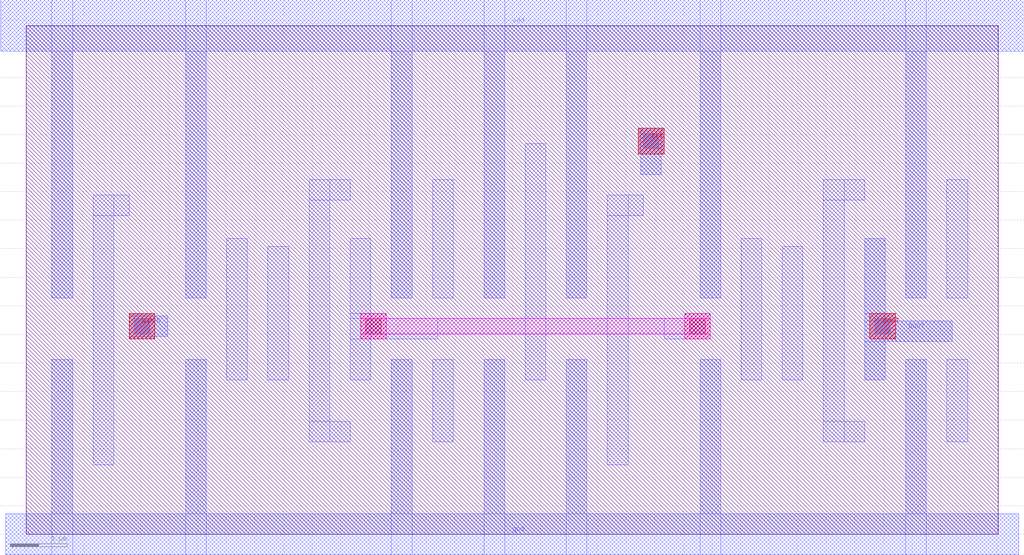
<source format=lef>
VERSION 5.7 ;
BUSBITCHARS "[]" ;
DIVIDERCHAR "/" ;

PROPERTYDEFINITIONS
  LAYER contactResistance REAL ;
  MACRO drcSignature INTEGER ;
  LAYER LEF58_SPACING STRING ;
  LAYER LEF58_WIDTH STRING ;
END PROPERTYDEFINITIONS

UNITS
  DATABASE MICRONS 1000 ;
END UNITS
MANUFACTURINGGRID 0.045 ;
LAYER OVERLAP
  TYPE OVERLAP ;
END OVERLAP

LAYER poly
  TYPE MASTERSLICE ;
END poly

LAYER cc
  TYPE CUT ;
  SPACING 0.36 ;
END cc


LAYER metal1
  TYPE ROUTING ;
  DIRECTION HORIZONTAL ;
  PITCH 0.81 0.81 ;
  WIDTH 0.27 ;
  SPACING 0.27 ;
  SPACING 0.27 SAMENET ;
  RESISTANCE RPERSQ 0.08 ;
END metal1

LAYER via
  TYPE CUT ;
  SPACING 0.27 ;
  PROPERTY contactResistance 5.69 ;
END via

LAYER metal2
  TYPE ROUTING ;
  DIRECTION VERTICAL ;
  PITCH 0.81 0.81 ;
  WIDTH 0.27 ;
  SPACING 0.36 ;
  SPACING 0.36 SAMENET ;
  RESISTANCE RPERSQ 0.08 ;
END metal2

LAYER via2
  TYPE CUT ;
  SPACING 0.27 ;
  PROPERTY contactResistance 11.39 ;
END via2

LAYER metal3
  TYPE ROUTING ;
  DIRECTION HORIZONTAL ;
  PITCH 0.81 0.81 ;
  WIDTH 0.27 ;
  SPACING 0.36 ;
  SPACING 0.36 SAMENET ;
  RESISTANCE RPERSQ 0.08 ;
END metal3

LAYER via3
  TYPE CUT ;
  SPACING 0.36 ;
  PROPERTY contactResistance 16.73 ;
END via3

LAYER metal4
  TYPE ROUTING ;
  DIRECTION VERTICAL ;
  PITCH 0.81 0.81 ;
  WIDTH 0.27 ;
  SPACING 0.36 ;
  SPACING 0.36 SAMENET ;
  RESISTANCE RPERSQ 0.08 ;
END metal4

LAYER via4
  TYPE CUT ;
  SPACING 0.27 ;
  PROPERTY contactResistance 21.44 ;
END via4

LAYER metal5
  TYPE ROUTING ;
  DIRECTION HORIZONTAL ;
  PITCH 0.81 0.81 ;
  WIDTH 0.36 ;
  SPACING 0.36 ;
  SPACING 0.36 SAMENET ;
  RESISTANCE RPERSQ 0.07 ;
END metal5

LAYER via5
  TYPE CUT ;
  SPACING 0.36 ;
  PROPERTY contactResistance 24.08 ;
END via5

LAYER metal6
  TYPE ROUTING ;
  DIRECTION VERTICAL ;
  PITCH 0.81 0.81 ;
  WIDTH 0.36 ;
  SPACING 0.36 ;
  SPACING 0.36 SAMENET ;
  RESISTANCE RPERSQ 0.03 ;
END metal6

VIA M2_M1_via DEFAULT
  LAYER metal1 ;
    RECT -0.225 -0.225 0.225 0.225 ;
  LAYER metal2 ;
    RECT -0.225 -0.225 0.225 0.225 ;
  LAYER via ;
    RECT -0.135 -0.135 0.135 0.135 ;
END M2_M1_via

VIA M3_M2_via DEFAULT
  LAYER metal2 ;
    RECT -0.225 -0.225 0.225 0.225 ;
  LAYER metal3 ;
    RECT -0.225 -0.225 0.225 0.225 ;
  LAYER via2 ;
    RECT -0.135 -0.135 0.135 0.135 ;
END M3_M2_via

VIA M4_M3_via DEFAULT
  LAYER metal3 ;
    RECT -0.225 -0.225 0.225 0.225 ;
  LAYER metal4 ;
    RECT -0.225 -0.225 0.225 0.225 ;
  LAYER via3 ;
    RECT -0.135 -0.135 0.135 0.135 ;
END M4_M3_via

VIA M5_M4_via DEFAULT
  LAYER metal4 ;
    RECT -0.225 -0.225 0.225 0.225 ;
  LAYER metal5 ;
    RECT -0.225 -0.225 0.225 0.225 ;
  LAYER via4 ;
    RECT -0.135 -0.135 0.135 0.135 ;
END M5_M4_via

VIA M6_M5_via DEFAULT
  LAYER metal5 ;
    RECT -0.27 -0.27 0.27 0.27 ;
  LAYER metal6 ;
    RECT -0.36 -0.36 0.36 0.36 ;
  LAYER via5 ;
    RECT -0.18 -0.18 0.18 0.18 ;
END M6_M5_via

VIARULE M2_M1 GENERATE
  LAYER metal1 ;
    ENCLOSURE 0.09 0.09 ;
  LAYER metal2 ;
    ENCLOSURE 0.09 0.09 ;
  LAYER via ;
    RECT -0.135 -0.135 0.135 0.135 ;
    SPACING 0.54 BY 0.54 ;
END M2_M1

VIARULE M3_M2 GENERATE
  LAYER metal2 ;
    ENCLOSURE 0.09 0.09 ;
  LAYER metal3 ;
    ENCLOSURE 0.09 0.09 ;
  LAYER via2 ;
    RECT -0.135 -0.135 0.135 0.135 ;
    SPACING 0.54 BY 0.54 ;
END M3_M2

VIARULE M4_M3 GENERATE
  LAYER metal3 ;
    ENCLOSURE 0.09 0.09 ;
  LAYER metal4 ;
    ENCLOSURE 0.09 0.09 ;
  LAYER via3 ;
    RECT -0.135 -0.135 0.135 0.135 ;
    SPACING 0.63 BY 0.63 ;
END M4_M3

VIARULE M5_M4 GENERATE
  LAYER metal4 ;
    ENCLOSURE 0.09 0.09 ;
  LAYER metal5 ;
    ENCLOSURE 0.09 0.09 ;
  LAYER via4 ;
    RECT -0.135 -0.135 0.135 0.135 ;
    SPACING 0.54 BY 0.54 ;
END M5_M4

VIARULE M6_M5 GENERATE
  LAYER metal5 ;
    ENCLOSURE 0.09 0.09 ;
  LAYER metal6 ;
    ENCLOSURE 0.18 0.18 ;
  LAYER via5 ;
    RECT -0.18 -0.18 0.18 0.18 ;
    SPACING 0.72 BY 0.72 ;
END M6_M5

VIARULE M1_POLY GENERATE
  LAYER poly ;
    ENCLOSURE 0.09 0.09 ;
  LAYER metal1 ;
    ENCLOSURE 0.09 0.09 ;
  LAYER cc ;
    RECT -0.09 -0.09 0.09 0.09 ;
    SPACING 0.54 BY 0.54 ;
END M1_POLY

SITE core
  CLASS CORE ;
  SIZE 0.81 BY 8.91 ;
END core

MACRO TRIGATEX4
  CLASS CORE ;
  ORIGIN 0 0 ;
  FOREIGN TRIGATEX4 0 0 ;
  SIZE 9.72 BY 8.91 ;
  SYMMETRY X Y ;
  SITE core ;
  PIN EN
    DIRECTION INPUT ;
    USE SIGNAL ;
    PORT
      LAYER metal1 ;
        RECT 3.42 0.99 3.78 1.53 ;
        RECT 3.42 0.99 3.87 1.44 ;
      LAYER metal2 ;
        RECT 3.42 0.99 3.87 1.44 ;
      LAYER via ;
        RECT 3.51 1.08 3.78 1.35 ;
    END
  END EN
  PIN A
    DIRECTION INPUT ;
    USE SIGNAL ;
    PORT
      LAYER metal1 ;
        RECT 0.18 0.99 0.63 1.44 ;
        RECT 0.18 1.08 1.035 1.44 ;
      LAYER metal2 ;
        RECT 0.18 0.99 0.63 1.44 ;
      LAYER via ;
        RECT 0.27 1.08 0.54 1.35 ;
    END
  END A
  PIN Y
    DIRECTION INOUT ;
    USE SIGNAL ;
    PORT
      LAYER metal1 ;
        RECT 6.345 1.215 6.705 2.655 ;
        RECT 6.345 4.14 6.705 6.93 ;
        RECT 7.785 1.215 8.145 2.655 ;
        RECT 7.785 4.14 8.145 6.93 ;
        RECT 6.345 1.215 9.585 1.575 ;
        RECT 9.09 6.57 9.54 7.11 ;
        RECT 9.225 1.215 9.585 6.93 ;
        RECT 6.345 6.57 9.585 6.93 ;
      LAYER metal2 ;
        RECT 9.09 6.66 9.54 7.11 ;
      LAYER via ;
        RECT 9.18 6.75 9.45 7.02 ;
    END
  END Y
  PIN vdd
    DIRECTION INOUT ;
    USE POWER ;
    SHAPE ABUTMENT ;
    PORT
      LAYER metal1 ;
        RECT 1.305 4.14 1.665 9.36 ;
        RECT 2.745 4.14 3.105 9.36 ;
        RECT 4.185 4.14 4.545 9.36 ;
        RECT 5.625 4.14 5.985 9.36 ;
        RECT -0.45 8.46 10.17 9.36 ;
    END
  END vdd
  PIN gnd
    DIRECTION INOUT ;
    USE GROUND ;
    SHAPE ABUTMENT ;
    PORT
      LAYER metal1 ;
        RECT 1.305 -0.36 1.665 2.655 ;
        RECT 2.745 -0.36 3.105 2.655 ;
        RECT 4.185 -0.36 4.545 2.655 ;
        RECT 5.625 -0.36 5.985 2.655 ;
        RECT -0.36 -0.36 10.08 0.36 ;
    END
  END gnd
  OBS
    LAYER via ;
      RECT 0.27 1.08 0.54 1.35 ;
      RECT 3.51 1.08 3.78 1.35 ;
      RECT 9.18 6.75 9.45 7.02 ;
    LAYER metal1 ;
      RECT 0.585 1.935 0.945 7.605 ;
      RECT 0.18 0.99 0.63 1.44 ;
      RECT 0.18 1.08 1.035 1.44 ;
      RECT 2.025 3.51 2.655 3.87 ;
      RECT 2.025 1.935 2.385 6.21 ;
      RECT 3.42 0.99 3.87 1.44 ;
      RECT 3.42 0.99 3.78 1.53 ;
      RECT 3.465 3.555 8.865 3.825 ;
      RECT 3.465 3.555 3.825 6.21 ;
      RECT 4.905 3.555 5.265 6.21 ;
      RECT 7.065 3.555 7.425 6.21 ;
      RECT 8.505 3.555 8.865 6.21 ;
      RECT 3.465 1.935 3.825 3.24 ;
      RECT 4.905 1.935 5.265 3.24 ;
      RECT 7.065 1.935 7.425 3.24 ;
      RECT 8.505 1.935 8.865 3.24 ;
      RECT 3.465 2.97 8.865 3.24 ;
      RECT 6.345 1.215 9.585 1.575 ;
      RECT 6.345 1.215 6.705 2.655 ;
      RECT 7.785 1.215 8.145 2.655 ;
      RECT 6.345 4.14 6.705 6.93 ;
      RECT 7.785 4.14 8.145 6.93 ;
      RECT 9.225 1.215 9.585 6.93 ;
      RECT 6.345 6.57 9.585 6.93 ;
      RECT 9.09 6.57 9.54 7.11 ;
      RECT -0.36 -0.36 10.08 0.36 ;
      RECT 1.305 -0.36 1.665 2.655 ;
      RECT 2.745 -0.36 3.105 2.655 ;
      RECT 4.185 -0.36 4.545 2.655 ;
      RECT 5.625 -0.36 5.985 2.655 ;
      RECT 1.305 4.14 1.665 9.36 ;
      RECT 2.745 4.14 3.105 9.36 ;
      RECT 4.185 4.14 4.545 9.36 ;
      RECT 5.625 4.14 5.985 9.36 ;
      RECT -0.45 8.46 10.17 9.36 ;
    LAYER metal2 ;
      RECT 0.18 0.99 0.63 1.44 ;
      RECT 3.42 0.99 3.87 1.44 ;
      RECT 9.09 6.66 9.54 7.11 ;
  END
  PROPERTY drcSignature 146088326 ;
END TRIGATEX4

MACRO LATCH
  CLASS CORE ;
  ORIGIN 0 0 ;
  FOREIGN LATCH 0 0 ;
  SIZE 8.1 BY 8.91 ;
  SYMMETRY X Y ;
  SITE core ;
  PIN gnd
    DIRECTION INOUT ;
    USE GROUND ;
    SHAPE ABUTMENT ;
    PORT
      LAYER metal1 ;
        RECT 0.45 -0.36 0.81 3.06 ;
        RECT 1.89 -0.36 2.25 3.06 ;
        RECT 5.49 -0.36 5.85 3.06 ;
        RECT -0.36 -0.36 8.46 0.36 ;
    END
  END gnd
  PIN CLK
    DIRECTION INPUT ;
    USE SIGNAL ;
    PORT
      LAYER metal1 ;
        RECT 2.61 1.8 3.06 2.25 ;
        RECT 2.88 1.935 3.24 2.295 ;
        RECT 2.61 6.66 3.06 7.11 ;
        RECT 2.61 6.705 4.05 7.065 ;
      LAYER metal2 ;
        RECT 2.7 1.8 2.97 7.11 ;
        RECT 2.61 1.8 3.06 2.25 ;
        RECT 2.61 6.66 3.06 7.11 ;
      LAYER via ;
        RECT 2.7 6.75 2.97 7.02 ;
        RECT 2.7 1.89 2.97 2.16 ;
    END
  END CLK
  PIN vdd
    DIRECTION INOUT ;
    USE POWER ;
    SHAPE ABUTMENT ;
    PORT
      LAYER metal1 ;
        RECT 0.45 4.14 0.81 9.36 ;
        RECT 1.89 4.14 2.25 9.36 ;
        RECT 5.49 4.14 5.85 9.36 ;
        RECT -0.45 8.46 8.55 9.36 ;
    END
  END vdd
  PIN DOUT
    DIRECTION OUTPUT ;
    USE SIGNAL ;
    PORT
      LAYER metal1 ;
        RECT 4.77 2.7 5.13 5.175 ;
        RECT 4.77 3.42 5.49 3.87 ;
        RECT 4.77 3.42 6.3 3.78 ;
      LAYER metal2 ;
        RECT 5.04 3.42 5.49 3.87 ;
      LAYER via ;
        RECT 5.13 3.51 5.4 3.78 ;
    END
  END DOUT
  PIN DIN
    DIRECTION INPUT ;
    USE SIGNAL ;
    PORT
      LAYER metal1 ;
        RECT 1.8 3.42 2.25 3.87 ;
        RECT 1.8 3.465 2.34 3.825 ;
      LAYER metal2 ;
        RECT 1.8 3.42 2.25 3.87 ;
      LAYER via ;
        RECT 1.89 3.51 2.16 3.78 ;
    END
  END DIN
  OBS
    LAYER via ;
      RECT 1.89 3.51 2.16 3.78 ;
      RECT 2.7 6.75 2.97 7.02 ;
      RECT 2.7 1.89 2.97 2.16 ;
      RECT 5.13 3.51 5.4 3.78 ;
    LAYER metal1 ;
      RECT 1.17 1.215 1.53 6.12 ;
      RECT 1.8 3.465 2.34 3.825 ;
      RECT 1.8 3.42 2.25 3.87 ;
      RECT 2.61 2.7 2.97 5.175 ;
      RECT 2.61 1.8 3.06 2.25 ;
      RECT 2.88 1.935 3.24 2.295 ;
      RECT 3.33 2.7 3.69 5.04 ;
      RECT 2.61 6.705 4.05 7.065 ;
      RECT 2.61 6.66 3.06 7.11 ;
      RECT 4.05 1.62 4.77 1.98 ;
      RECT 4.05 1.62 4.41 6.21 ;
      RECT 4.05 5.85 4.77 6.21 ;
      RECT 4.77 3.42 6.3 3.78 ;
      RECT 4.77 3.42 5.49 3.87 ;
      RECT 4.77 2.7 5.13 5.175 ;
      RECT 6.21 4.14 6.57 6.21 ;
      RECT 6.21 1.62 6.57 3.06 ;
      RECT -0.36 -0.36 8.46 0.36 ;
      RECT 0.45 -0.36 0.81 3.06 ;
      RECT 1.89 -0.36 2.25 3.06 ;
      RECT 5.49 -0.36 5.85 3.06 ;
      RECT 0.45 4.14 0.81 9.36 ;
      RECT 1.89 4.14 2.25 9.36 ;
      RECT 5.49 4.14 5.85 9.36 ;
      RECT -0.45 8.46 8.55 9.36 ;
    LAYER metal2 ;
      RECT 1.8 3.42 2.25 3.87 ;
      RECT 2.61 1.8 3.06 2.25 ;
      RECT 2.7 1.8 2.97 7.11 ;
      RECT 2.61 6.66 3.06 7.11 ;
      RECT 5.04 3.42 5.49 3.87 ;
  END
  PROPERTY drcSignature 146088326 ;
END LATCH

MACRO BUFFX1
  CLASS CORE ;
  ORIGIN 0 0 ;
  FOREIGN BUFFX1 0 0 ;
  SIZE 3.24 BY 8.91 ;
  SYMMETRY X Y ;
  SITE core ;
  PIN gnd
    DIRECTION INOUT ;
    USE GROUND ;
    SHAPE ABUTMENT ;
    PORT
      LAYER metal1 ;
        RECT 0.36 -0.36 0.72 3.06 ;
        RECT 1.8 -0.36 2.16 3.06 ;
        RECT -0.36 -0.36 3.6 0.36 ;
    END
  END gnd
  PIN vdd
    DIRECTION INOUT ;
    USE POWER ;
    SHAPE ABUTMENT ;
    PORT
      LAYER metal1 ;
        RECT 0.36 4.14 0.72 9.36 ;
        RECT 1.8 4.14 2.16 9.36 ;
        RECT -0.45 8.46 3.69 9.36 ;
    END
  END vdd
  PIN Y
    DIRECTION OUTPUT ;
    USE SIGNAL ;
    PORT
      LAYER metal1 ;
        RECT 2.52 2.7 2.88 5.175 ;
        RECT 2.52 3.42 3.06 3.87 ;
      LAYER metal2 ;
        RECT 2.61 3.42 3.06 3.87 ;
      LAYER via ;
        RECT 2.7 3.51 2.97 3.78 ;
    END
  END Y
  PIN A
    DIRECTION INPUT ;
    USE SIGNAL ;
    PORT
      LAYER metal1 ;
        RECT 0.99 5.625 1.35 6.3 ;
        RECT 0.99 5.85 1.44 6.3 ;
      LAYER metal2 ;
        RECT 0.99 5.85 1.44 6.3 ;
      LAYER via ;
        RECT 1.08 5.94 1.35 6.21 ;
    END
  END A
  OBS
    LAYER via ;
      RECT 1.08 5.94 1.35 6.21 ;
      RECT 2.7 3.51 2.97 3.78 ;
    LAYER metal1 ;
      RECT 0.99 5.625 1.35 6.3 ;
      RECT 0.99 5.85 1.44 6.3 ;
      RECT 1.08 3.42 1.8 3.78 ;
      RECT 1.08 2.7 1.44 5.175 ;
      RECT 2.52 3.42 3.06 3.87 ;
      RECT 2.52 2.7 2.88 5.175 ;
      RECT -0.36 -0.36 3.6 0.36 ;
      RECT 0.36 -0.36 0.72 3.06 ;
      RECT 1.8 -0.36 2.16 3.06 ;
      RECT 0.36 4.14 0.72 9.36 ;
      RECT 1.8 4.14 2.16 9.36 ;
      RECT -0.45 8.46 3.69 9.36 ;
    LAYER metal2 ;
      RECT 0.99 5.85 1.44 6.3 ;
      RECT 2.61 3.42 3.06 3.87 ;
  END
  PROPERTY drcSignature 146088326 ;
END BUFFX1

MACRO FILL
  CLASS CORE ;
  ORIGIN 0 0 ;
  FOREIGN FILL 0 0 ;
  SIZE 4.05 BY 8.91 ;
  SYMMETRY X Y ;
  SITE core ;
  PIN gnd
    DIRECTION INOUT ;
    USE GROUND ;
    SHAPE ABUTMENT ;
    PORT
      LAYER metal1 ;
        RECT -0.36 -0.36 4.41 0.36 ;
    END
  END gnd
  PIN vdd
    DIRECTION INOUT ;
    USE POWER ;
    SHAPE ABUTMENT ;
    PORT
      LAYER metal1 ;
        RECT -0.45 8.46 4.5 9.36 ;
    END
  END vdd
  OBS
    LAYER metal1 ;
      RECT -0.36 -0.36 4.41 0.36 ;
      RECT -0.45 8.46 4.5 9.36 ;
  END
  PROPERTY drcSignature 146088326 ;
END FILL

MACRO FILL2
  CLASS CORE ;
  ORIGIN 0 0 ;
  FOREIGN FILL2 0 0 ;
  SIZE 3.24 BY 8.91 ;
  SYMMETRY X Y ;
  SITE core ;
  PIN vdd
    DIRECTION INOUT ;
    USE POWER ;
    SHAPE ABUTMENT ;
    PORT
      LAYER metal1 ;
        RECT -0.45 8.46 3.69 9.36 ;
    END
  END vdd
  PIN gnd
    DIRECTION INOUT ;
    USE GROUND ;
    SHAPE ABUTMENT ;
    PORT
      LAYER metal1 ;
        RECT -0.36 -0.36 3.6 0.36 ;
    END
  END gnd
  OBS
    LAYER metal1 ;
      RECT -0.36 -0.36 3.6 0.36 ;
      RECT -0.45 8.46 3.69 9.36 ;
  END
  PROPERTY drcSignature 146088326 ;
END FILL2

MACRO INVX4
  CLASS CORE ;
  ORIGIN 0 0 ;
  FOREIGN INVX4 0 0 ;
  SIZE 4.05 BY 8.91 ;
  SYMMETRY X Y ;
  SITE core ;
  PIN A
    DIRECTION INPUT ;
    USE SIGNAL ;
    PORT
      LAYER metal2 ;
        RECT 0.99 1.8 1.44 2.25 ;
      LAYER metal1 ;
        RECT 1.035 1.8 1.395 2.295 ;
        RECT 0.99 1.8 1.44 2.25 ;
      LAYER via ;
        RECT 1.08 1.89 1.35 2.16 ;
    END
  END A
  PIN Y
    DIRECTION OUTPUT ;
    USE SIGNAL ;
    PORT
      LAYER metal2 ;
        RECT 0.99 3.42 1.44 3.87 ;
      LAYER metal1 ;
        RECT 1.035 2.7 1.395 5.175 ;
        RECT 0.99 3.42 1.44 3.87 ;
        RECT 0.99 3.51 2.835 3.87 ;
        RECT 2.475 2.7 2.835 5.175 ;
      LAYER via ;
        RECT 1.08 3.51 1.35 3.78 ;
    END
  END Y
  PIN gnd
    DIRECTION INOUT ;
    USE GROUND ;
    SHAPE ABUTMENT ;
    PORT
      LAYER metal1 ;
        RECT 0.315 -0.36 0.675 3.06 ;
        RECT 1.755 -0.36 2.115 3.06 ;
        RECT 3.195 -0.36 3.555 3.06 ;
        RECT -0.36 -0.36 4.41 0.36 ;
    END
  END gnd
  PIN vdd
    DIRECTION INOUT ;
    USE POWER ;
    SHAPE ABUTMENT ;
    PORT
      LAYER metal1 ;
        RECT 0.315 4.14 0.675 9.36 ;
        RECT 1.755 4.14 2.115 9.36 ;
        RECT 3.195 4.14 3.555 9.36 ;
        RECT -0.45 8.46 4.5 9.36 ;
    END
  END vdd
  OBS
    LAYER via ;
      RECT 1.08 3.51 1.35 3.78 ;
      RECT 1.08 1.89 1.35 2.16 ;
    LAYER metal1 ;
      RECT 0.99 1.8 1.44 2.25 ;
      RECT 1.035 1.8 1.395 2.295 ;
      RECT 0.99 3.42 1.44 3.87 ;
      RECT 0.99 3.51 2.835 3.87 ;
      RECT 1.035 2.7 1.395 5.175 ;
      RECT 2.475 2.7 2.835 5.175 ;
      RECT -0.36 -0.36 4.41 0.36 ;
      RECT 0.315 -0.36 0.675 3.06 ;
      RECT 1.755 -0.36 2.115 3.06 ;
      RECT 3.195 -0.36 3.555 3.06 ;
      RECT 0.315 4.14 0.675 9.36 ;
      RECT 1.755 4.14 2.115 9.36 ;
      RECT 3.195 4.14 3.555 9.36 ;
      RECT -0.45 8.46 4.5 9.36 ;
    LAYER metal2 ;
      RECT 0.99 3.42 1.44 3.87 ;
      RECT 0.99 1.8 1.44 2.25 ;
  END
  PROPERTY drcSignature 146088326 ;
END INVX4

MACRO NAND2X1
  CLASS CORE ;
  ORIGIN 0 0 ;
  FOREIGN NAND2X1 0 0 ;
  SIZE 2.43 BY 8.91 ;
  SYMMETRY X Y ;
  SITE core ;
  PIN gnd
    DIRECTION INOUT ;
    USE GROUND ;
    SHAPE ABUTMENT ;
    PORT
      LAYER metal1 ;
        RECT 0.315 -0.36 0.675 2.745 ;
        RECT -0.36 -0.36 2.79 0.36 ;
    END
  END gnd
  PIN vdd
    DIRECTION INOUT ;
    USE POWER ;
    SHAPE ABUTMENT ;
    PORT
      LAYER metal1 ;
        RECT 0.315 4.14 0.675 9.36 ;
        RECT 1.755 4.14 2.115 9.36 ;
        RECT -0.45 8.46 2.88 9.36 ;
    END
  END vdd
  PIN A
    DIRECTION INPUT ;
    USE SIGNAL ;
    PORT
      LAYER metal1 ;
        RECT 0.99 0.99 1.44 1.44 ;
        RECT 0.99 1.08 1.485 1.44 ;
      LAYER metal2 ;
        RECT 0.99 0.99 1.44 1.44 ;
      LAYER via ;
        RECT 1.08 1.08 1.35 1.35 ;
    END
  END A
  PIN B
    DIRECTION INPUT ;
    USE SIGNAL ;
    PORT
      LAYER metal1 ;
        RECT 0.99 5.85 1.44 6.3 ;
        RECT 0.945 5.94 1.44 6.3 ;
      LAYER metal2 ;
        RECT 0.99 5.85 1.44 6.3 ;
      LAYER via ;
        RECT 1.08 5.94 1.35 6.21 ;
    END
  END B
  PIN Y
    DIRECTION OUTPUT ;
    USE SIGNAL ;
    PORT
      LAYER metal1 ;
        RECT 1.035 3.285 1.395 5.175 ;
        RECT 1.755 2.025 2.115 3.645 ;
        RECT 1.035 3.285 2.115 3.645 ;
        RECT 1.755 2.61 2.25 3.06 ;
      LAYER metal2 ;
        RECT 1.8 2.61 2.25 3.06 ;
      LAYER via ;
        RECT 1.89 2.7 2.16 2.97 ;
    END
  END Y
  OBS
    LAYER via ;
      RECT 1.08 5.94 1.35 6.21 ;
      RECT 1.08 1.08 1.35 1.35 ;
      RECT 1.89 2.7 2.16 2.97 ;
    LAYER metal1 ;
      RECT 0.99 5.85 1.44 6.3 ;
      RECT 0.945 5.94 1.44 6.3 ;
      RECT 0.99 0.99 1.44 1.44 ;
      RECT 0.99 1.08 1.485 1.44 ;
      RECT 1.755 2.61 2.25 3.06 ;
      RECT 1.755 2.025 2.115 3.645 ;
      RECT 1.035 3.285 2.115 3.645 ;
      RECT 1.035 3.285 1.395 5.175 ;
      RECT -0.36 -0.36 2.79 0.36 ;
      RECT 0.315 -0.36 0.675 2.745 ;
      RECT 0.315 4.14 0.675 9.36 ;
      RECT 1.755 4.14 2.115 9.36 ;
      RECT -0.45 8.46 2.88 9.36 ;
    LAYER metal2 ;
      RECT 0.99 5.85 1.44 6.3 ;
      RECT 0.99 0.99 1.44 1.44 ;
      RECT 1.8 2.61 2.25 3.06 ;
  END
  PROPERTY drcSignature 146088326 ;
END NAND2X1

MACRO DFF
  CLASS CORE ;
  ORIGIN 0 0 ;
  FOREIGN DFF 0 0 ;
  SIZE 17.01 BY 8.91 ;
  SYMMETRY X Y ;
  SITE core ;
  PIN gnd
    DIRECTION INOUT ;
    USE GROUND ;
    SHAPE ABUTMENT ;
    PORT
      LAYER metal1 ;
        RECT 0.45 -0.36 0.81 3.06 ;
        RECT 2.79 -0.36 3.15 3.06 ;
        RECT 6.39 -0.36 6.75 3.06 ;
        RECT 8.01 -0.36 8.37 3.06 ;
        RECT 9.45 -0.36 9.81 3.06 ;
        RECT 11.79 -0.36 12.15 3.06 ;
        RECT 15.39 -0.36 15.75 3.06 ;
        RECT -0.36 -0.36 17.37 0.36 ;
    END
  END gnd
  PIN vdd
    DIRECTION INOUT ;
    USE POWER ;
    SHAPE ABUTMENT ;
    PORT
      LAYER metal1 ;
        RECT 0.45 4.14 0.81 9.36 ;
        RECT 2.79 4.14 3.15 9.36 ;
        RECT 6.39 4.14 6.75 9.36 ;
        RECT 8.01 4.14 8.37 9.36 ;
        RECT 9.45 4.14 9.81 9.36 ;
        RECT 11.79 4.14 12.15 9.36 ;
        RECT 15.39 4.14 15.75 9.36 ;
        RECT -0.45 8.46 17.46 9.36 ;
    END
  END vdd
  PIN CLK
    DIRECTION INPUT ;
    USE SIGNAL ;
    PORT
      LAYER metal1 ;
        RECT 10.755 6.3 11.115 7.11 ;
        RECT 10.71 6.66 11.16 7.11 ;
      LAYER metal2 ;
        RECT 10.71 6.66 11.16 7.11 ;
      LAYER via ;
        RECT 10.8 6.75 11.07 7.02 ;
    END
  END CLK
  PIN DOUT
    DIRECTION OUTPUT ;
    USE SIGNAL ;
    PORT
      LAYER metal1 ;
        RECT 14.67 2.7 15.03 5.175 ;
        RECT 14.67 3.375 15.21 3.87 ;
        RECT 14.67 3.375 16.2 3.735 ;
      LAYER metal2 ;
        RECT 14.76 3.42 15.21 3.87 ;
      LAYER via ;
        RECT 14.85 3.51 15.12 3.78 ;
    END
  END DOUT
  PIN DIN
    DIRECTION INPUT ;
    USE SIGNAL ;
    PORT
      LAYER metal1 ;
        RECT 1.8 3.42 2.25 3.87 ;
        RECT 1.8 3.465 2.475 3.825 ;
      LAYER metal2 ;
        RECT 1.8 3.42 2.25 3.87 ;
      LAYER via ;
        RECT 1.89 3.51 2.16 3.78 ;
    END
  END DIN
  OBS
    LAYER via2 ;
      RECT 5.94 3.51 6.21 3.78 ;
      RECT 11.61 3.51 11.88 3.78 ;
    LAYER via ;
      RECT 1.89 3.51 2.16 3.78 ;
      RECT 5.94 3.51 6.21 3.78 ;
      RECT 10.8 6.75 11.07 7.02 ;
      RECT 11.61 3.51 11.88 3.78 ;
      RECT 14.85 3.51 15.12 3.78 ;
    LAYER metal1 ;
      RECT 1.17 1.215 1.53 5.94 ;
      RECT 1.17 5.58 1.8 5.94 ;
      RECT 1.8 3.465 2.475 3.825 ;
      RECT 1.8 3.42 2.25 3.87 ;
      RECT 3.51 2.7 3.87 5.175 ;
      RECT 4.23 2.7 4.59 5.04 ;
      RECT 4.95 1.62 5.67 1.98 ;
      RECT 4.95 1.62 5.31 6.21 ;
      RECT 4.95 5.85 5.67 6.21 ;
      RECT 5.67 3.42 7.2 3.78 ;
      RECT 5.67 3.42 6.3 3.87 ;
      RECT 5.67 2.7 6.03 5.175 ;
      RECT 7.11 4.14 7.47 6.21 ;
      RECT 7.11 1.62 7.47 3.06 ;
      RECT 8.73 2.7 9.09 6.84 ;
      RECT 10.17 1.215 10.53 5.94 ;
      RECT 10.17 5.58 10.8 5.94 ;
      RECT 10.755 6.3 11.115 7.11 ;
      RECT 10.71 6.66 11.16 7.11 ;
      RECT 11.16 3.42 11.97 3.78 ;
      RECT 11.52 3.42 11.97 3.87 ;
      RECT 12.51 2.7 12.87 5.175 ;
      RECT 13.23 2.7 13.59 5.04 ;
      RECT 13.95 1.62 14.67 1.98 ;
      RECT 13.95 1.62 14.31 6.21 ;
      RECT 13.95 5.85 14.67 6.21 ;
      RECT 14.67 3.375 16.2 3.735 ;
      RECT 14.67 3.375 15.21 3.87 ;
      RECT 14.67 2.7 15.03 5.175 ;
      RECT 16.11 4.14 16.47 6.21 ;
      RECT 16.11 1.62 16.47 3.06 ;
      RECT -0.36 -0.36 17.37 0.36 ;
      RECT 0.45 -0.36 0.81 3.06 ;
      RECT 2.79 -0.36 3.15 3.06 ;
      RECT 6.39 -0.36 6.75 3.06 ;
      RECT 8.01 -0.36 8.37 3.06 ;
      RECT 9.45 -0.36 9.81 3.06 ;
      RECT 11.79 -0.36 12.15 3.06 ;
      RECT 15.39 -0.36 15.75 3.06 ;
      RECT 0.45 4.14 0.81 9.36 ;
      RECT 2.79 4.14 3.15 9.36 ;
      RECT 6.39 4.14 6.75 9.36 ;
      RECT 8.01 4.14 8.37 9.36 ;
      RECT 9.45 4.14 9.81 9.36 ;
      RECT 11.79 4.14 12.15 9.36 ;
      RECT 15.39 4.14 15.75 9.36 ;
      RECT -0.45 8.46 17.46 9.36 ;
    LAYER metal3 ;
      RECT 5.85 3.51 11.97 3.78 ;
      RECT 5.85 3.42 6.3 3.87 ;
      RECT 11.52 3.42 11.97 3.87 ;
    LAYER metal2 ;
      RECT 1.8 3.42 2.25 3.87 ;
      RECT 5.85 3.42 6.3 3.87 ;
      RECT 10.71 6.66 11.16 7.11 ;
      RECT 11.52 3.42 11.97 3.87 ;
      RECT 14.76 3.42 15.21 3.87 ;
  END
  PROPERTY drcSignature 146088326 ;
END DFF

MACRO FILL3
  CLASS CORE ;
  ORIGIN 0 0 ;
  FOREIGN FILL3 0 0 ;
  SIZE 1.62 BY 8.91 ;
  SYMMETRY X Y ;
  SITE core ;
  PIN gnd
    DIRECTION INOUT ;
    USE GROUND ;
    SHAPE ABUTMENT ;
    PORT
      LAYER metal1 ;
        RECT -0.36 -0.36 1.98 0.36 ;
    END
  END gnd
  PIN vdd
    DIRECTION INOUT ;
    USE POWER ;
    SHAPE ABUTMENT ;
    PORT
      LAYER metal1 ;
        RECT -0.45 8.46 2.07 9.36 ;
    END
  END vdd
  OBS
    LAYER metal1 ;
      RECT -0.36 -0.36 1.98 0.36 ;
      RECT -0.45 8.46 2.07 9.36 ;
  END
  PROPERTY drcSignature 146088326 ;
END FILL3

MACRO BUFFX4
  CLASS CORE ;
  ORIGIN 0 0 ;
  FOREIGN BUFFX4 0 0 ;
  SIZE 5.67 BY 8.91 ;
  SYMMETRY X Y ;
  SITE core ;
  PIN gnd
    DIRECTION INOUT ;
    USE GROUND ;
    SHAPE ABUTMENT ;
    PORT
      LAYER metal1 ;
        RECT 0.36 -0.36 0.72 3.06 ;
        RECT 1.8 -0.36 2.16 3.06 ;
        RECT 3.24 -0.36 3.6 3.06 ;
        RECT 4.68 -0.36 5.04 3.06 ;
        RECT -0.36 -0.36 6.03 0.36 ;
    END
  END gnd
  PIN vdd
    DIRECTION INOUT ;
    USE POWER ;
    SHAPE ABUTMENT ;
    PORT
      LAYER metal1 ;
        RECT 0.36 4.14 0.72 9.36 ;
        RECT 1.8 4.14 2.16 9.36 ;
        RECT 3.24 4.14 3.6 9.36 ;
        RECT 4.68 4.14 5.04 9.36 ;
        RECT -0.45 8.46 6.12 9.36 ;
    END
  END vdd
  PIN Y
    DIRECTION OUTPUT ;
    USE SIGNAL ;
    PORT
      LAYER metal1 ;
        RECT 2.52 2.7 2.88 5.175 ;
        RECT 3.96 2.7 4.32 5.175 ;
        RECT 5.04 3.42 5.49 3.87 ;
        RECT 2.52 3.51 5.49 3.87 ;
      LAYER metal2 ;
        RECT 5.04 3.42 5.49 3.87 ;
      LAYER via ;
        RECT 5.13 3.51 5.4 3.78 ;
    END
  END Y
  PIN A
    DIRECTION INPUT ;
    USE SIGNAL ;
    PORT
      LAYER metal1 ;
        RECT 0.99 5.625 1.35 6.3 ;
        RECT 0.99 5.85 1.44 6.3 ;
      LAYER metal2 ;
        RECT 0.99 5.85 1.44 6.3 ;
      LAYER via ;
        RECT 1.08 5.94 1.35 6.21 ;
    END
  END A
  OBS
    LAYER via ;
      RECT 1.08 5.94 1.35 6.21 ;
      RECT 5.13 3.51 5.4 3.78 ;
    LAYER metal1 ;
      RECT 0.99 5.625 1.35 6.3 ;
      RECT 0.99 5.85 1.44 6.3 ;
      RECT 1.08 3.42 1.71 3.78 ;
      RECT 1.08 2.7 1.44 5.175 ;
      RECT 5.04 3.42 5.49 3.87 ;
      RECT 2.52 3.51 5.49 3.87 ;
      RECT 2.52 2.7 2.88 5.175 ;
      RECT 3.96 2.7 4.32 5.175 ;
      RECT -0.36 -0.36 6.03 0.36 ;
      RECT 0.36 -0.36 0.72 3.06 ;
      RECT 1.8 -0.36 2.16 3.06 ;
      RECT 3.24 -0.36 3.6 3.06 ;
      RECT 4.68 -0.36 5.04 3.06 ;
      RECT 0.36 4.14 0.72 9.36 ;
      RECT 1.8 4.14 2.16 9.36 ;
      RECT 3.24 4.14 3.6 9.36 ;
      RECT 4.68 4.14 5.04 9.36 ;
      RECT -0.45 8.46 6.12 9.36 ;
    LAYER metal2 ;
      RECT 0.99 5.85 1.44 6.3 ;
      RECT 5.04 3.42 5.49 3.87 ;
  END
  PROPERTY drcSignature 146088326 ;
END BUFFX4

MACRO FILL4
  CLASS CORE ;
  ORIGIN 0 0 ;
  FOREIGN FILL4 0 0 ;
  SIZE 2.43 BY 8.91 ;
  SYMMETRY X Y ;
  SITE core ;
  PIN gnd
    DIRECTION INOUT ;
    USE GROUND ;
    SHAPE ABUTMENT ;
    PORT
      LAYER metal1 ;
        RECT -0.36 -0.36 2.79 0.36 ;
    END
  END gnd
  PIN vdd
    DIRECTION INOUT ;
    USE POWER ;
    SHAPE ABUTMENT ;
    PORT
      LAYER metal1 ;
        RECT -0.45 8.46 2.88 9.36 ;
    END
  END vdd
  OBS
    LAYER metal1 ;
      RECT -0.36 -0.36 2.79 0.36 ;
      RECT -0.45 8.46 2.88 9.36 ;
  END
  PROPERTY drcSignature 146088326 ;
END FILL4

MACRO NOR2X1
  CLASS CORE ;
  ORIGIN 0 0 ;
  FOREIGN NOR2X1 0 0 ;
  SIZE 2.43 BY 8.91 ;
  SYMMETRY X Y ;
  SITE core ;
  PIN vdd
    DIRECTION INOUT ;
    USE POWER ;
    SHAPE ABUTMENT ;
    PORT
      LAYER metal1 ;
        RECT 1.8 4.14 2.16 9.36 ;
        RECT -0.45 8.46 2.88 9.36 ;
    END
  END vdd
  PIN gnd
    DIRECTION INOUT ;
    USE GROUND ;
    SHAPE ABUTMENT ;
    PORT
      LAYER metal1 ;
        RECT 0.36 -0.36 0.72 2.745 ;
        RECT 1.8 -0.36 2.16 2.745 ;
        RECT -0.36 -0.36 2.79 0.36 ;
    END
  END gnd
  PIN Y
    DIRECTION OUTPUT ;
    USE SIGNAL ;
    PORT
      LAYER metal1 ;
        RECT 0.36 3.51 0.72 6.21 ;
        RECT 0.99 3.42 1.44 3.87 ;
        RECT 1.08 2.385 1.44 3.87 ;
        RECT 0.36 3.51 1.44 3.87 ;
      LAYER metal2 ;
        RECT 0.99 3.42 1.44 3.87 ;
      LAYER via ;
        RECT 1.08 3.51 1.35 3.78 ;
    END
  END Y
  PIN A
    DIRECTION INPUT ;
    USE SIGNAL ;
    PORT
      LAYER metal1 ;
        RECT 0.81 6.615 1.17 6.975 ;
        RECT 0.99 6.66 1.44 7.11 ;
      LAYER metal2 ;
        RECT 0.99 6.66 1.44 7.11 ;
      LAYER via ;
        RECT 1.08 6.75 1.35 7.02 ;
    END
  END A
  PIN B
    DIRECTION INPUT ;
    USE SIGNAL ;
    PORT
      LAYER metal1 ;
        RECT 0.99 0.99 1.44 1.44 ;
        RECT 0.99 1.08 1.53 1.44 ;
      LAYER metal2 ;
        RECT 0.99 0.99 1.44 1.44 ;
      LAYER via ;
        RECT 1.08 1.08 1.35 1.35 ;
    END
  END B
  OBS
    LAYER via ;
      RECT 1.08 6.75 1.35 7.02 ;
      RECT 1.08 3.51 1.35 3.78 ;
      RECT 1.08 1.08 1.35 1.35 ;
    LAYER metal1 ;
      RECT 0.81 6.615 1.17 6.975 ;
      RECT 0.99 6.66 1.44 7.11 ;
      RECT 0.99 3.42 1.44 3.87 ;
      RECT 1.08 2.385 1.44 3.87 ;
      RECT 0.36 3.51 1.44 3.87 ;
      RECT 0.36 3.51 0.72 6.21 ;
      RECT 0.99 0.99 1.44 1.44 ;
      RECT 0.99 1.08 1.53 1.44 ;
      RECT -0.36 -0.36 2.79 0.36 ;
      RECT 0.36 -0.36 0.72 2.745 ;
      RECT 1.8 -0.36 2.16 2.745 ;
      RECT 1.8 4.14 2.16 9.36 ;
      RECT -0.45 8.46 2.88 9.36 ;
    LAYER metal2 ;
      RECT 0.99 6.66 1.44 7.11 ;
      RECT 0.99 3.42 1.44 3.87 ;
      RECT 0.99 0.99 1.44 1.44 ;
  END
  PROPERTY drcSignature 146088326 ;
END NOR2X1

MACRO INVX1
  CLASS CORE ;
  ORIGIN 0 0 ;
  FOREIGN INVX1 0 0 ;
  SIZE 1.62 BY 8.91 ;
  SYMMETRY X Y ;
  SITE core ;
  PIN A
    DIRECTION INPUT ;
    USE SIGNAL ;
    PORT
      LAYER metal2 ;
        RECT 0.945 1.8 1.395 2.25 ;
      LAYER metal1 ;
        RECT 0.945 1.8 1.395 2.25 ;
      LAYER via ;
        RECT 1.035 1.89 1.305 2.16 ;
    END
  END A
  PIN Y
    DIRECTION OUTPUT ;
    USE SIGNAL ;
    PORT
      LAYER metal2 ;
        RECT 0.9 3.42 1.35 3.87 ;
      LAYER metal1 ;
        RECT 0.9 3.42 1.395 3.87 ;
        RECT 1.035 2.7 1.395 5.175 ;
      LAYER via ;
        RECT 0.99 3.51 1.26 3.78 ;
    END
  END Y
  PIN gnd
    DIRECTION INOUT ;
    USE GROUND ;
    SHAPE ABUTMENT ;
    PORT
      LAYER metal1 ;
        RECT 0.315 -0.36 0.675 3.06 ;
        RECT -0.36 -0.36 1.98 0.36 ;
    END
  END gnd
  PIN vdd
    DIRECTION INOUT ;
    USE POWER ;
    SHAPE ABUTMENT ;
    PORT
      LAYER metal1 ;
        RECT 0.315 4.14 0.675 9.36 ;
        RECT -0.45 8.46 2.07 9.36 ;
    END
  END vdd
  OBS
    LAYER via ;
      RECT 0.99 3.51 1.26 3.78 ;
      RECT 1.035 1.89 1.305 2.16 ;
    LAYER metal1 ;
      RECT 0.9 3.42 1.395 3.87 ;
      RECT 1.035 2.7 1.395 5.175 ;
      RECT 0.945 1.8 1.395 2.25 ;
      RECT -0.36 -0.36 1.98 0.36 ;
      RECT 0.315 -0.36 0.675 3.06 ;
      RECT 0.315 4.14 0.675 9.36 ;
      RECT -0.45 8.46 2.07 9.36 ;
    LAYER metal2 ;
      RECT 0.9 3.42 1.35 3.87 ;
      RECT 0.945 1.8 1.395 2.25 ;
  END
  PROPERTY drcSignature 146088326 ;
END INVX1

MACRO INVX2
  CLASS CORE ;
  ORIGIN 0 0 ;
  FOREIGN INVX2 0 0 ;
  SIZE 2.43 BY 8.91 ;
  SYMMETRY X Y ;
  SITE core ;
  PIN A
    DIRECTION INPUT ;
    USE SIGNAL ;
    PORT
      LAYER metal2 ;
        RECT 0.99 1.8 1.44 2.25 ;
      LAYER metal1 ;
        RECT 1.035 1.8 1.395 2.295 ;
        RECT 0.99 1.8 1.44 2.25 ;
      LAYER via ;
        RECT 1.08 1.89 1.35 2.16 ;
    END
  END A
  PIN Y
    DIRECTION OUTPUT ;
    USE SIGNAL ;
    PORT
      LAYER metal2 ;
        RECT 0.99 3.42 1.44 3.87 ;
      LAYER metal1 ;
        RECT 1.035 2.7 1.395 5.175 ;
        RECT 0.99 3.42 1.44 3.87 ;
      LAYER via ;
        RECT 1.08 3.51 1.35 3.78 ;
    END
  END Y
  PIN gnd
    DIRECTION INOUT ;
    USE GROUND ;
    SHAPE ABUTMENT ;
    PORT
      LAYER metal1 ;
        RECT 0.315 -0.36 0.675 3.06 ;
        RECT 1.755 -0.36 2.115 3.06 ;
        RECT -0.36 -0.36 2.79 0.36 ;
    END
  END gnd
  PIN vdd
    DIRECTION INOUT ;
    USE POWER ;
    SHAPE ABUTMENT ;
    PORT
      LAYER metal1 ;
        RECT 0.315 4.14 0.675 9.36 ;
        RECT 1.755 4.14 2.115 9.36 ;
        RECT -0.45 8.46 2.88 9.36 ;
    END
  END vdd
  OBS
    LAYER via ;
      RECT 1.08 3.51 1.35 3.78 ;
      RECT 1.08 1.89 1.35 2.16 ;
    LAYER metal1 ;
      RECT 0.99 3.42 1.44 3.87 ;
      RECT 1.035 2.7 1.395 5.175 ;
      RECT 0.99 1.8 1.44 2.25 ;
      RECT 1.035 1.8 1.395 2.295 ;
      RECT -0.36 -0.36 2.79 0.36 ;
      RECT 0.315 -0.36 0.675 3.06 ;
      RECT 1.755 -0.36 2.115 3.06 ;
      RECT 0.315 4.14 0.675 9.36 ;
      RECT 1.755 4.14 2.115 9.36 ;
      RECT -0.45 8.46 2.88 9.36 ;
    LAYER metal2 ;
      RECT 0.99 3.42 1.44 3.87 ;
      RECT 0.99 1.8 1.44 2.25 ;
  END
  PROPERTY drcSignature 146088326 ;
END INVX2

END LIBRARY

</source>
